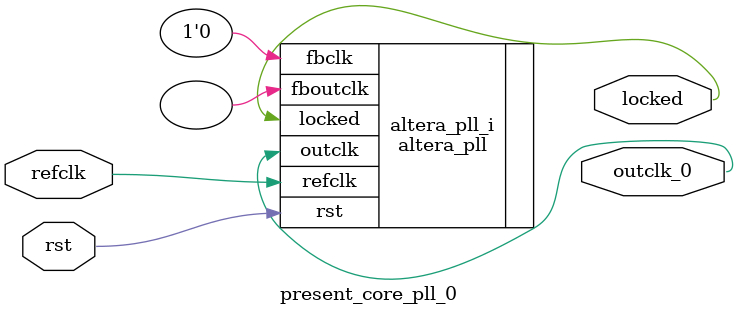
<source format=v>
`timescale 1ns/10ps
module  present_core_pll_0(

	// interface 'refclk'
	input wire refclk,

	// interface 'reset'
	input wire rst,

	// interface 'outclk0'
	output wire outclk_0,

	// interface 'locked'
	output wire locked
);

	altera_pll #(
		.fractional_vco_multiplier("false"),
		.reference_clock_frequency("50.0 MHz"),
		.operation_mode("direct"),
		.number_of_clocks(1),
		.output_clock_frequency0("100.000000 MHz"),
		.phase_shift0("0 ps"),
		.duty_cycle0(50),
		.output_clock_frequency1("0 MHz"),
		.phase_shift1("0 ps"),
		.duty_cycle1(50),
		.output_clock_frequency2("0 MHz"),
		.phase_shift2("0 ps"),
		.duty_cycle2(50),
		.output_clock_frequency3("0 MHz"),
		.phase_shift3("0 ps"),
		.duty_cycle3(50),
		.output_clock_frequency4("0 MHz"),
		.phase_shift4("0 ps"),
		.duty_cycle4(50),
		.output_clock_frequency5("0 MHz"),
		.phase_shift5("0 ps"),
		.duty_cycle5(50),
		.output_clock_frequency6("0 MHz"),
		.phase_shift6("0 ps"),
		.duty_cycle6(50),
		.output_clock_frequency7("0 MHz"),
		.phase_shift7("0 ps"),
		.duty_cycle7(50),
		.output_clock_frequency8("0 MHz"),
		.phase_shift8("0 ps"),
		.duty_cycle8(50),
		.output_clock_frequency9("0 MHz"),
		.phase_shift9("0 ps"),
		.duty_cycle9(50),
		.output_clock_frequency10("0 MHz"),
		.phase_shift10("0 ps"),
		.duty_cycle10(50),
		.output_clock_frequency11("0 MHz"),
		.phase_shift11("0 ps"),
		.duty_cycle11(50),
		.output_clock_frequency12("0 MHz"),
		.phase_shift12("0 ps"),
		.duty_cycle12(50),
		.output_clock_frequency13("0 MHz"),
		.phase_shift13("0 ps"),
		.duty_cycle13(50),
		.output_clock_frequency14("0 MHz"),
		.phase_shift14("0 ps"),
		.duty_cycle14(50),
		.output_clock_frequency15("0 MHz"),
		.phase_shift15("0 ps"),
		.duty_cycle15(50),
		.output_clock_frequency16("0 MHz"),
		.phase_shift16("0 ps"),
		.duty_cycle16(50),
		.output_clock_frequency17("0 MHz"),
		.phase_shift17("0 ps"),
		.duty_cycle17(50),
		.pll_type("General"),
		.pll_subtype("General")
	) altera_pll_i (
		.rst	(rst),
		.outclk	({outclk_0}),
		.locked	(locked),
		.fboutclk	( ),
		.fbclk	(1'b0),
		.refclk	(refclk)
	);
endmodule


</source>
